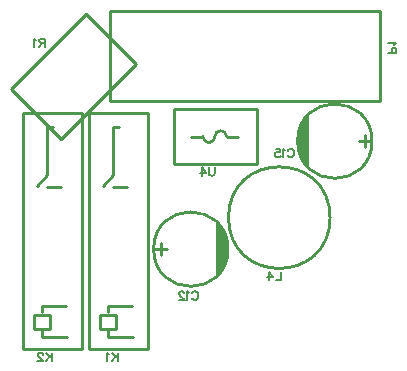
<source format=gbo>
G04 Layer: BottomSilkLayer*
G04 EasyEDA v6.3.22, 2020-02-03T21:01:26+03:00*
G04 c6d23c78c2874b16bdfd2071edabb350,ca54920fb7ea4c169f3d1b618bee327e,10*
G04 Gerber Generator version 0.2*
G04 Scale: 100 percent, Rotated: No, Reflected: No *
G04 Dimensions in inches *
G04 leading zeros omitted , absolute positions ,2 integer and 4 decimal *
%FSLAX24Y24*%
%MOIN*%
G90*
G70D02*

%ADD10C,0.010000*%
%ADD12C,0.006000*%

%LPD*%
G54D10*
G01X2267Y11837D02*
G01X-237Y9332D01*
G01X-237Y9332D02*
G01X1432Y7662D01*
G01X1432Y7662D02*
G01X3938Y10168D01*
G01X3937Y10167D02*
G01X2267Y11837D01*
G01X6156Y7750D02*
G01X5762Y7750D01*
G01X6943Y7750D02*
G01X7337Y7750D01*
G01X5200Y6850D02*
G01X7955Y6850D01*
G01X7955Y8661D01*
G01X5200Y8661D01*
G01X5200Y6850D01*
G01X6300Y8950D02*
G01X7750Y8950D01*
G01X9050Y8950D01*
G01X12050Y8950D01*
G01X12050Y11950D01*
G01X9050Y11950D01*
G01X7750Y11950D01*
G01X6300Y11950D01*
G01X3050Y11950D01*
G01X3050Y8950D01*
G01X6300Y8950D01*
G01X2113Y8543D02*
G01X144Y8543D01*
G01X144Y669D01*
G01X2113Y669D01*
G01X2113Y8543D01*
G01X1609Y1069D02*
G01X806Y1069D01*
G01X1593Y2093D02*
G01X806Y2093D01*
G01X806Y1896D01*
G01X806Y1069D02*
G01X806Y1266D01*
G01X530Y1345D02*
G01X1042Y1345D01*
G01X1042Y1817D01*
G01X530Y1817D01*
G01X530Y1345D01*
G01X1160Y8077D02*
G01X963Y8077D01*
G01X963Y6463D01*
G01X609Y6108D01*
G01X1436Y6069D02*
G01X963Y6069D01*
G01X4313Y8543D02*
G01X2344Y8543D01*
G01X2344Y669D01*
G01X4313Y669D01*
G01X4313Y8543D01*
G01X3809Y1069D02*
G01X3006Y1069D01*
G01X3793Y2093D02*
G01X3006Y2093D01*
G01X3006Y1896D01*
G01X3006Y1069D02*
G01X3006Y1266D01*
G01X2730Y1345D02*
G01X3242Y1345D01*
G01X3242Y1817D01*
G01X2730Y1817D01*
G01X2730Y1345D01*
G01X3360Y8077D02*
G01X3163Y8077D01*
G01X3163Y6463D01*
G01X2809Y6108D01*
G01X3636Y6069D02*
G01X3163Y6069D01*
G01X4550Y4000D02*
G01X4950Y4000D01*
G01X4750Y3800D02*
G01X4750Y4200D01*
G01X11750Y7600D02*
G01X11350Y7600D01*
G01X11550Y7800D02*
G01X11550Y7400D01*
G54D12*
G01X884Y11020D02*
G01X884Y10733D01*
G01X884Y11020D02*
G01X761Y11020D01*
G01X721Y11006D01*
G01X707Y10993D01*
G01X693Y10965D01*
G01X693Y10938D01*
G01X707Y10911D01*
G01X721Y10897D01*
G01X761Y10883D01*
G01X884Y10883D01*
G01X789Y10883D02*
G01X693Y10733D01*
G01X603Y10965D02*
G01X576Y10979D01*
G01X535Y11020D01*
G01X535Y10733D01*
G01X6550Y6729D02*
G01X6550Y6525D01*
G01X6536Y6484D01*
G01X6509Y6456D01*
G01X6468Y6443D01*
G01X6440Y6443D01*
G01X6400Y6456D01*
G01X6372Y6484D01*
G01X6359Y6525D01*
G01X6359Y6729D01*
G01X6132Y6729D02*
G01X6269Y6538D01*
G01X6064Y6538D01*
G01X6132Y6729D02*
G01X6132Y6443D01*
G01X12594Y10527D02*
G01X12308Y10527D01*
G01X12594Y10527D02*
G01X12594Y10650D01*
G01X12580Y10691D01*
G01X12567Y10704D01*
G01X12539Y10718D01*
G01X12499Y10718D01*
G01X12471Y10704D01*
G01X12458Y10691D01*
G01X12444Y10650D01*
G01X12444Y10527D01*
G01X12539Y10808D02*
G01X12553Y10835D01*
G01X12594Y10876D01*
G01X12308Y10876D01*
G01X1109Y549D02*
G01X1109Y262D01*
G01X918Y549D02*
G01X1109Y358D01*
G01X1041Y426D02*
G01X918Y262D01*
G01X814Y480D02*
G01X814Y494D01*
G01X801Y521D01*
G01X787Y535D01*
G01X760Y549D01*
G01X705Y549D01*
G01X678Y535D01*
G01X664Y521D01*
G01X651Y494D01*
G01X651Y467D01*
G01X664Y440D01*
G01X692Y399D01*
G01X828Y262D01*
G01X637Y262D01*
G01X3309Y549D02*
G01X3309Y262D01*
G01X3118Y549D02*
G01X3309Y358D01*
G01X3241Y426D02*
G01X3118Y262D01*
G01X3028Y494D02*
G01X3001Y508D01*
G01X2960Y549D01*
G01X2960Y262D01*
G01X5789Y2531D02*
G01X5802Y2559D01*
G01X5830Y2586D01*
G01X5857Y2600D01*
G01X5911Y2600D01*
G01X5939Y2586D01*
G01X5966Y2559D01*
G01X5980Y2531D01*
G01X5993Y2490D01*
G01X5993Y2422D01*
G01X5980Y2381D01*
G01X5966Y2354D01*
G01X5939Y2327D01*
G01X5911Y2313D01*
G01X5857Y2313D01*
G01X5830Y2327D01*
G01X5802Y2354D01*
G01X5789Y2381D01*
G01X5699Y2545D02*
G01X5671Y2559D01*
G01X5630Y2600D01*
G01X5630Y2313D01*
G01X5527Y2531D02*
G01X5527Y2545D01*
G01X5513Y2572D01*
G01X5500Y2586D01*
G01X5472Y2600D01*
G01X5418Y2600D01*
G01X5390Y2586D01*
G01X5377Y2572D01*
G01X5363Y2545D01*
G01X5363Y2518D01*
G01X5377Y2490D01*
G01X5404Y2450D01*
G01X5540Y2313D01*
G01X5350Y2313D01*
G01X8989Y7281D02*
G01X9002Y7309D01*
G01X9029Y7336D01*
G01X9057Y7349D01*
G01X9111Y7349D01*
G01X9139Y7336D01*
G01X9166Y7309D01*
G01X9179Y7281D01*
G01X9193Y7240D01*
G01X9193Y7172D01*
G01X9179Y7131D01*
G01X9166Y7104D01*
G01X9139Y7077D01*
G01X9111Y7063D01*
G01X9057Y7063D01*
G01X9029Y7077D01*
G01X9002Y7104D01*
G01X8989Y7131D01*
G01X8899Y7295D02*
G01X8871Y7309D01*
G01X8830Y7349D01*
G01X8830Y7063D01*
G01X8577Y7349D02*
G01X8713Y7349D01*
G01X8727Y7227D01*
G01X8713Y7240D01*
G01X8672Y7254D01*
G01X8631Y7254D01*
G01X8590Y7240D01*
G01X8563Y7213D01*
G01X8549Y7172D01*
G01X8549Y7145D01*
G01X8563Y7104D01*
G01X8590Y7077D01*
G01X8631Y7063D01*
G01X8672Y7063D01*
G01X8713Y7077D01*
G01X8727Y7090D01*
G01X8740Y7118D01*
G01X8758Y3249D02*
G01X8758Y2963D01*
G01X8758Y2963D02*
G01X8594Y2963D01*
G01X8368Y3249D02*
G01X8504Y3059D01*
G01X8300Y3059D01*
G01X8368Y3249D02*
G01X8368Y2963D01*
G54D10*
G75*
G01X6156Y7750D02*
G03X6550Y7750I197J0D01*
G01*
G75*
G01X6944Y7750D02*
G03X6550Y7750I-197J0D01*
G01*
G75*
G01X6990Y4000D02*
G03X6990Y4000I-1240J0D01*
G01*
G75*
G01X11790Y7600D02*
G03X11790Y7600I-1240J0D01*
G01*
G75*
G01X10393Y5050D02*
G03X10393Y5050I-1693J0D01*
G01*

%LPD*%
G36*
G01X6622Y4878D02*
G01X6600Y4900D01*
G01X6600Y3100D01*
G01X6622Y3121D01*
G01X6645Y3142D01*
G01X6666Y3165D01*
G01X6688Y3188D01*
G01X6708Y3211D01*
G01X6728Y3235D01*
G01X6748Y3260D01*
G01X6784Y3310D01*
G01X6802Y3336D01*
G01X6819Y3362D01*
G01X6835Y3389D01*
G01X6850Y3416D01*
G01X6865Y3444D01*
G01X6879Y3472D01*
G01X6892Y3500D01*
G01X6904Y3529D01*
G01X6916Y3557D01*
G01X6927Y3587D01*
G01X6937Y3616D01*
G01X6947Y3646D01*
G01X6971Y3736D01*
G01X6983Y3798D01*
G01X6987Y3828D01*
G01X6995Y3890D01*
G01X6997Y3922D01*
G01X6999Y3953D01*
G01X6999Y4046D01*
G01X6997Y4077D01*
G01X6995Y4109D01*
G01X6987Y4171D01*
G01X6983Y4201D01*
G01X6971Y4263D01*
G01X6947Y4353D01*
G01X6937Y4383D01*
G01X6927Y4412D01*
G01X6916Y4442D01*
G01X6904Y4470D01*
G01X6892Y4499D01*
G01X6879Y4527D01*
G01X6865Y4555D01*
G01X6850Y4583D01*
G01X6835Y4610D01*
G01X6819Y4637D01*
G01X6802Y4663D01*
G01X6784Y4689D01*
G01X6748Y4739D01*
G01X6728Y4764D01*
G01X6708Y4788D01*
G01X6688Y4811D01*
G01X6666Y4834D01*
G01X6645Y4857D01*
G01X6622Y4878D01*
G37*

%LPD*%
G36*
G01X9700Y6700D02*
G01X9700Y8500D01*
G01X9677Y8478D01*
G01X9654Y8457D01*
G01X9633Y8434D01*
G01X9611Y8411D01*
G01X9591Y8388D01*
G01X9571Y8364D01*
G01X9551Y8339D01*
G01X9515Y8289D01*
G01X9497Y8263D01*
G01X9480Y8237D01*
G01X9464Y8210D01*
G01X9449Y8183D01*
G01X9434Y8155D01*
G01X9420Y8127D01*
G01X9407Y8099D01*
G01X9395Y8070D01*
G01X9383Y8042D01*
G01X9372Y8012D01*
G01X9362Y7983D01*
G01X9352Y7953D01*
G01X9328Y7863D01*
G01X9316Y7801D01*
G01X9312Y7771D01*
G01X9304Y7709D01*
G01X9302Y7677D01*
G01X9300Y7646D01*
G01X9300Y7553D01*
G01X9302Y7522D01*
G01X9304Y7490D01*
G01X9312Y7428D01*
G01X9316Y7398D01*
G01X9328Y7336D01*
G01X9352Y7246D01*
G01X9362Y7216D01*
G01X9372Y7187D01*
G01X9383Y7157D01*
G01X9395Y7129D01*
G01X9407Y7100D01*
G01X9420Y7072D01*
G01X9434Y7044D01*
G01X9449Y7016D01*
G01X9464Y6989D01*
G01X9480Y6962D01*
G01X9497Y6936D01*
G01X9515Y6910D01*
G01X9551Y6860D01*
G01X9571Y6835D01*
G01X9591Y6811D01*
G01X9611Y6788D01*
G01X9633Y6765D01*
G01X9654Y6742D01*
G01X9700Y6700D01*
G37*
M00*
M02*

</source>
